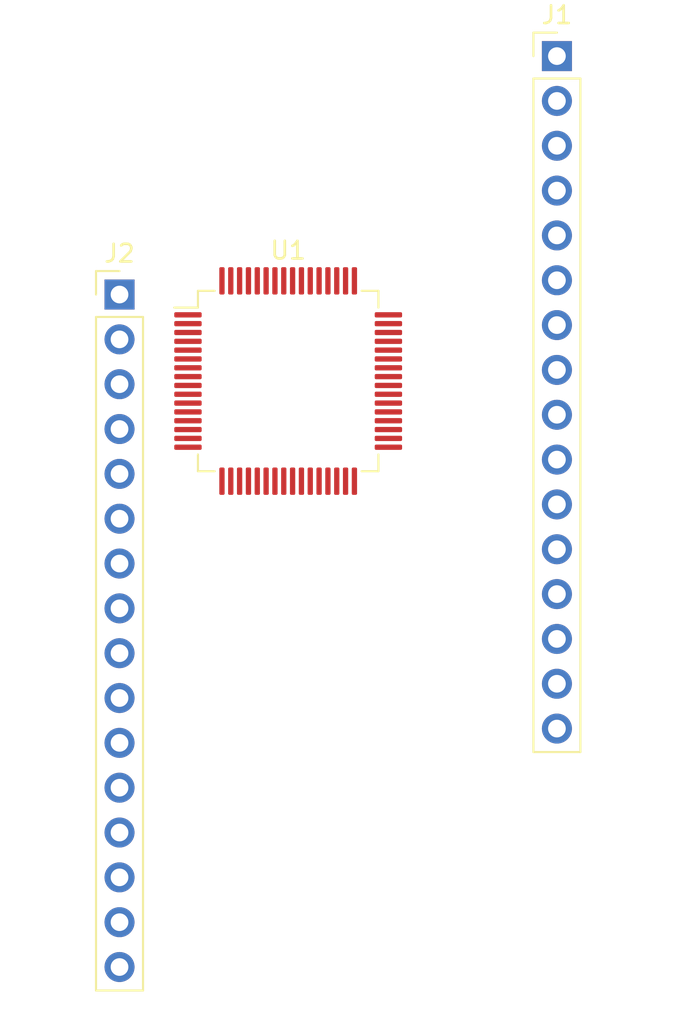
<source format=kicad_pcb>
(kicad_pcb (version 20171130) (host pcbnew 5.1.4+dfsg1-1)

  (general
    (thickness 1.6)
    (drawings 0)
    (tracks 0)
    (zones 0)
    (modules 3)
    (nets 60)
  )

  (page A4)
  (layers
    (0 F.Cu signal)
    (31 B.Cu signal)
    (32 B.Adhes user)
    (33 F.Adhes user)
    (34 B.Paste user)
    (35 F.Paste user)
    (36 B.SilkS user)
    (37 F.SilkS user)
    (38 B.Mask user)
    (39 F.Mask user)
    (40 Dwgs.User user)
    (41 Cmts.User user)
    (42 Eco1.User user)
    (43 Eco2.User user)
    (44 Edge.Cuts user)
    (45 Margin user)
    (46 B.CrtYd user)
    (47 F.CrtYd user)
    (48 B.Fab user)
    (49 F.Fab user)
  )

  (setup
    (last_trace_width 0.25)
    (trace_clearance 0.2)
    (zone_clearance 0.508)
    (zone_45_only no)
    (trace_min 0.2)
    (via_size 0.8)
    (via_drill 0.4)
    (via_min_size 0.4)
    (via_min_drill 0.3)
    (uvia_size 0.3)
    (uvia_drill 0.1)
    (uvias_allowed no)
    (uvia_min_size 0.2)
    (uvia_min_drill 0.1)
    (edge_width 0.05)
    (segment_width 0.2)
    (pcb_text_width 0.3)
    (pcb_text_size 1.5 1.5)
    (mod_edge_width 0.12)
    (mod_text_size 1 1)
    (mod_text_width 0.15)
    (pad_size 1.524 1.524)
    (pad_drill 0.762)
    (pad_to_mask_clearance 0.051)
    (solder_mask_min_width 0.25)
    (aux_axis_origin 0 0)
    (visible_elements FFFFFF7F)
    (pcbplotparams
      (layerselection 0x010fc_ffffffff)
      (usegerberextensions false)
      (usegerberattributes false)
      (usegerberadvancedattributes false)
      (creategerberjobfile false)
      (excludeedgelayer true)
      (linewidth 0.100000)
      (plotframeref false)
      (viasonmask false)
      (mode 1)
      (useauxorigin false)
      (hpglpennumber 1)
      (hpglpenspeed 20)
      (hpglpendiameter 15.000000)
      (psnegative false)
      (psa4output false)
      (plotreference true)
      (plotvalue true)
      (plotinvisibletext false)
      (padsonsilk false)
      (subtractmaskfromsilk false)
      (outputformat 1)
      (mirror false)
      (drillshape 1)
      (scaleselection 1)
      (outputdirectory ""))
  )

  (net 0 "")
  (net 1 "Net-(J1-Pad1)")
  (net 2 "Net-(J1-Pad2)")
  (net 3 "Net-(J1-Pad3)")
  (net 4 "Net-(J1-Pad4)")
  (net 5 "Net-(J1-Pad5)")
  (net 6 "Net-(J1-Pad6)")
  (net 7 "Net-(J1-Pad7)")
  (net 8 "Net-(J1-Pad8)")
  (net 9 "Net-(J1-Pad9)")
  (net 10 "Net-(J1-Pad10)")
  (net 11 "Net-(J1-Pad11)")
  (net 12 "Net-(J1-Pad12)")
  (net 13 "Net-(J1-Pad13)")
  (net 14 "Net-(J1-Pad14)")
  (net 15 "Net-(J1-Pad15)")
  (net 16 "Net-(J1-Pad16)")
  (net 17 "Net-(J2-Pad16)")
  (net 18 "Net-(J2-Pad15)")
  (net 19 "Net-(J2-Pad14)")
  (net 20 "Net-(J2-Pad13)")
  (net 21 "Net-(J2-Pad12)")
  (net 22 "Net-(J2-Pad11)")
  (net 23 "Net-(J2-Pad10)")
  (net 24 "Net-(J2-Pad9)")
  (net 25 "Net-(J2-Pad8)")
  (net 26 "Net-(J2-Pad7)")
  (net 27 "Net-(J2-Pad6)")
  (net 28 "Net-(J2-Pad5)")
  (net 29 "Net-(J2-Pad4)")
  (net 30 "Net-(J2-Pad3)")
  (net 31 "Net-(J2-Pad2)")
  (net 32 "Net-(J2-Pad1)")
  (net 33 GND)
  (net 34 "Net-(U1-Pad2)")
  (net 35 "Net-(U1-Pad3)")
  (net 36 "Net-(U1-Pad4)")
  (net 37 "Net-(U1-Pad5)")
  (net 38 "Net-(U1-Pad6)")
  (net 39 "Net-(U1-Pad7)")
  (net 40 "Net-(U1-Pad8)")
  (net 41 "Net-(U1-Pad9)")
  (net 42 "Net-(U1-Pad10)")
  (net 43 "Net-(U1-Pad11)")
  (net 44 +3V3)
  (net 45 "Net-(U1-Pad18)")
  (net 46 "Net-(U1-Pad19)")
  (net 47 "Net-(U1-Pad24)")
  (net 48 "Net-(U1-Pad25)")
  (net 49 "Net-(U1-Pad37)")
  (net 50 "Net-(U1-Pad38)")
  (net 51 "Net-(U1-Pad39)")
  (net 52 "Net-(U1-Pad40)")
  (net 53 "Net-(U1-Pad47)")
  (net 54 "Net-(U1-Pad48)")
  (net 55 "Net-(U1-Pad51)")
  (net 56 "Net-(U1-Pad52)")
  (net 57 "Net-(U1-Pad53)")
  (net 58 "Net-(U1-Pad54)")
  (net 59 "Net-(U1-Pad60)")

  (net_class Default "This is the default net class."
    (clearance 0.2)
    (trace_width 0.25)
    (via_dia 0.8)
    (via_drill 0.4)
    (uvia_dia 0.3)
    (uvia_drill 0.1)
    (add_net +3V3)
    (add_net GND)
    (add_net "Net-(J1-Pad1)")
    (add_net "Net-(J1-Pad10)")
    (add_net "Net-(J1-Pad11)")
    (add_net "Net-(J1-Pad12)")
    (add_net "Net-(J1-Pad13)")
    (add_net "Net-(J1-Pad14)")
    (add_net "Net-(J1-Pad15)")
    (add_net "Net-(J1-Pad16)")
    (add_net "Net-(J1-Pad2)")
    (add_net "Net-(J1-Pad3)")
    (add_net "Net-(J1-Pad4)")
    (add_net "Net-(J1-Pad5)")
    (add_net "Net-(J1-Pad6)")
    (add_net "Net-(J1-Pad7)")
    (add_net "Net-(J1-Pad8)")
    (add_net "Net-(J1-Pad9)")
    (add_net "Net-(J2-Pad1)")
    (add_net "Net-(J2-Pad10)")
    (add_net "Net-(J2-Pad11)")
    (add_net "Net-(J2-Pad12)")
    (add_net "Net-(J2-Pad13)")
    (add_net "Net-(J2-Pad14)")
    (add_net "Net-(J2-Pad15)")
    (add_net "Net-(J2-Pad16)")
    (add_net "Net-(J2-Pad2)")
    (add_net "Net-(J2-Pad3)")
    (add_net "Net-(J2-Pad4)")
    (add_net "Net-(J2-Pad5)")
    (add_net "Net-(J2-Pad6)")
    (add_net "Net-(J2-Pad7)")
    (add_net "Net-(J2-Pad8)")
    (add_net "Net-(J2-Pad9)")
    (add_net "Net-(U1-Pad10)")
    (add_net "Net-(U1-Pad11)")
    (add_net "Net-(U1-Pad18)")
    (add_net "Net-(U1-Pad19)")
    (add_net "Net-(U1-Pad2)")
    (add_net "Net-(U1-Pad24)")
    (add_net "Net-(U1-Pad25)")
    (add_net "Net-(U1-Pad3)")
    (add_net "Net-(U1-Pad37)")
    (add_net "Net-(U1-Pad38)")
    (add_net "Net-(U1-Pad39)")
    (add_net "Net-(U1-Pad4)")
    (add_net "Net-(U1-Pad40)")
    (add_net "Net-(U1-Pad47)")
    (add_net "Net-(U1-Pad48)")
    (add_net "Net-(U1-Pad5)")
    (add_net "Net-(U1-Pad51)")
    (add_net "Net-(U1-Pad52)")
    (add_net "Net-(U1-Pad53)")
    (add_net "Net-(U1-Pad54)")
    (add_net "Net-(U1-Pad6)")
    (add_net "Net-(U1-Pad60)")
    (add_net "Net-(U1-Pad7)")
    (add_net "Net-(U1-Pad8)")
    (add_net "Net-(U1-Pad9)")
  )

  (module Connector_PinHeader_2.54mm:PinHeader_1x16_P2.54mm_Vertical (layer F.Cu) (tedit 59FED5CC) (tstamp 5E288670)
    (at 162.052 40.132)
    (descr "Through hole straight pin header, 1x16, 2.54mm pitch, single row")
    (tags "Through hole pin header THT 1x16 2.54mm single row")
    (path /5E280BBC)
    (fp_text reference J1 (at 0 -2.33) (layer F.SilkS)
      (effects (font (size 1 1) (thickness 0.15)))
    )
    (fp_text value Conn_01x16_Male (at 0 40.43) (layer F.Fab)
      (effects (font (size 1 1) (thickness 0.15)))
    )
    (fp_line (start -0.635 -1.27) (end 1.27 -1.27) (layer F.Fab) (width 0.1))
    (fp_line (start 1.27 -1.27) (end 1.27 39.37) (layer F.Fab) (width 0.1))
    (fp_line (start 1.27 39.37) (end -1.27 39.37) (layer F.Fab) (width 0.1))
    (fp_line (start -1.27 39.37) (end -1.27 -0.635) (layer F.Fab) (width 0.1))
    (fp_line (start -1.27 -0.635) (end -0.635 -1.27) (layer F.Fab) (width 0.1))
    (fp_line (start -1.33 39.43) (end 1.33 39.43) (layer F.SilkS) (width 0.12))
    (fp_line (start -1.33 1.27) (end -1.33 39.43) (layer F.SilkS) (width 0.12))
    (fp_line (start 1.33 1.27) (end 1.33 39.43) (layer F.SilkS) (width 0.12))
    (fp_line (start -1.33 1.27) (end 1.33 1.27) (layer F.SilkS) (width 0.12))
    (fp_line (start -1.33 0) (end -1.33 -1.33) (layer F.SilkS) (width 0.12))
    (fp_line (start -1.33 -1.33) (end 0 -1.33) (layer F.SilkS) (width 0.12))
    (fp_line (start -1.8 -1.8) (end -1.8 39.9) (layer F.CrtYd) (width 0.05))
    (fp_line (start -1.8 39.9) (end 1.8 39.9) (layer F.CrtYd) (width 0.05))
    (fp_line (start 1.8 39.9) (end 1.8 -1.8) (layer F.CrtYd) (width 0.05))
    (fp_line (start 1.8 -1.8) (end -1.8 -1.8) (layer F.CrtYd) (width 0.05))
    (fp_text user %R (at 0 19.05 90) (layer F.Fab)
      (effects (font (size 1 1) (thickness 0.15)))
    )
    (pad 1 thru_hole rect (at 0 0) (size 1.7 1.7) (drill 1) (layers *.Cu *.Mask)
      (net 1 "Net-(J1-Pad1)"))
    (pad 2 thru_hole oval (at 0 2.54) (size 1.7 1.7) (drill 1) (layers *.Cu *.Mask)
      (net 2 "Net-(J1-Pad2)"))
    (pad 3 thru_hole oval (at 0 5.08) (size 1.7 1.7) (drill 1) (layers *.Cu *.Mask)
      (net 3 "Net-(J1-Pad3)"))
    (pad 4 thru_hole oval (at 0 7.62) (size 1.7 1.7) (drill 1) (layers *.Cu *.Mask)
      (net 4 "Net-(J1-Pad4)"))
    (pad 5 thru_hole oval (at 0 10.16) (size 1.7 1.7) (drill 1) (layers *.Cu *.Mask)
      (net 5 "Net-(J1-Pad5)"))
    (pad 6 thru_hole oval (at 0 12.7) (size 1.7 1.7) (drill 1) (layers *.Cu *.Mask)
      (net 6 "Net-(J1-Pad6)"))
    (pad 7 thru_hole oval (at 0 15.24) (size 1.7 1.7) (drill 1) (layers *.Cu *.Mask)
      (net 7 "Net-(J1-Pad7)"))
    (pad 8 thru_hole oval (at 0 17.78) (size 1.7 1.7) (drill 1) (layers *.Cu *.Mask)
      (net 8 "Net-(J1-Pad8)"))
    (pad 9 thru_hole oval (at 0 20.32) (size 1.7 1.7) (drill 1) (layers *.Cu *.Mask)
      (net 9 "Net-(J1-Pad9)"))
    (pad 10 thru_hole oval (at 0 22.86) (size 1.7 1.7) (drill 1) (layers *.Cu *.Mask)
      (net 10 "Net-(J1-Pad10)"))
    (pad 11 thru_hole oval (at 0 25.4) (size 1.7 1.7) (drill 1) (layers *.Cu *.Mask)
      (net 11 "Net-(J1-Pad11)"))
    (pad 12 thru_hole oval (at 0 27.94) (size 1.7 1.7) (drill 1) (layers *.Cu *.Mask)
      (net 12 "Net-(J1-Pad12)"))
    (pad 13 thru_hole oval (at 0 30.48) (size 1.7 1.7) (drill 1) (layers *.Cu *.Mask)
      (net 13 "Net-(J1-Pad13)"))
    (pad 14 thru_hole oval (at 0 33.02) (size 1.7 1.7) (drill 1) (layers *.Cu *.Mask)
      (net 14 "Net-(J1-Pad14)"))
    (pad 15 thru_hole oval (at 0 35.56) (size 1.7 1.7) (drill 1) (layers *.Cu *.Mask)
      (net 15 "Net-(J1-Pad15)"))
    (pad 16 thru_hole oval (at 0 38.1) (size 1.7 1.7) (drill 1) (layers *.Cu *.Mask)
      (net 16 "Net-(J1-Pad16)"))
    (model ${KISYS3DMOD}/Connector_PinHeader_2.54mm.3dshapes/PinHeader_1x16_P2.54mm_Vertical.wrl
      (at (xyz 0 0 0))
      (scale (xyz 1 1 1))
      (rotate (xyz 0 0 0))
    )
  )

  (module Connector_PinHeader_2.54mm:PinHeader_1x16_P2.54mm_Vertical (layer F.Cu) (tedit 59FED5CC) (tstamp 5E28897D)
    (at 137.285001 53.641001)
    (descr "Through hole straight pin header, 1x16, 2.54mm pitch, single row")
    (tags "Through hole pin header THT 1x16 2.54mm single row")
    (path /5E2903A0)
    (fp_text reference J2 (at 0 -2.33) (layer F.SilkS)
      (effects (font (size 1 1) (thickness 0.15)))
    )
    (fp_text value Conn_01x16_Male (at 0 40.43) (layer F.Fab)
      (effects (font (size 1 1) (thickness 0.15)))
    )
    (fp_text user %R (at 0 19.05 90) (layer F.Fab)
      (effects (font (size 1 1) (thickness 0.15)))
    )
    (fp_line (start 1.8 -1.8) (end -1.8 -1.8) (layer F.CrtYd) (width 0.05))
    (fp_line (start 1.8 39.9) (end 1.8 -1.8) (layer F.CrtYd) (width 0.05))
    (fp_line (start -1.8 39.9) (end 1.8 39.9) (layer F.CrtYd) (width 0.05))
    (fp_line (start -1.8 -1.8) (end -1.8 39.9) (layer F.CrtYd) (width 0.05))
    (fp_line (start -1.33 -1.33) (end 0 -1.33) (layer F.SilkS) (width 0.12))
    (fp_line (start -1.33 0) (end -1.33 -1.33) (layer F.SilkS) (width 0.12))
    (fp_line (start -1.33 1.27) (end 1.33 1.27) (layer F.SilkS) (width 0.12))
    (fp_line (start 1.33 1.27) (end 1.33 39.43) (layer F.SilkS) (width 0.12))
    (fp_line (start -1.33 1.27) (end -1.33 39.43) (layer F.SilkS) (width 0.12))
    (fp_line (start -1.33 39.43) (end 1.33 39.43) (layer F.SilkS) (width 0.12))
    (fp_line (start -1.27 -0.635) (end -0.635 -1.27) (layer F.Fab) (width 0.1))
    (fp_line (start -1.27 39.37) (end -1.27 -0.635) (layer F.Fab) (width 0.1))
    (fp_line (start 1.27 39.37) (end -1.27 39.37) (layer F.Fab) (width 0.1))
    (fp_line (start 1.27 -1.27) (end 1.27 39.37) (layer F.Fab) (width 0.1))
    (fp_line (start -0.635 -1.27) (end 1.27 -1.27) (layer F.Fab) (width 0.1))
    (pad 16 thru_hole oval (at 0 38.1) (size 1.7 1.7) (drill 1) (layers *.Cu *.Mask)
      (net 17 "Net-(J2-Pad16)"))
    (pad 15 thru_hole oval (at 0 35.56) (size 1.7 1.7) (drill 1) (layers *.Cu *.Mask)
      (net 18 "Net-(J2-Pad15)"))
    (pad 14 thru_hole oval (at 0 33.02) (size 1.7 1.7) (drill 1) (layers *.Cu *.Mask)
      (net 19 "Net-(J2-Pad14)"))
    (pad 13 thru_hole oval (at 0 30.48) (size 1.7 1.7) (drill 1) (layers *.Cu *.Mask)
      (net 20 "Net-(J2-Pad13)"))
    (pad 12 thru_hole oval (at 0 27.94) (size 1.7 1.7) (drill 1) (layers *.Cu *.Mask)
      (net 21 "Net-(J2-Pad12)"))
    (pad 11 thru_hole oval (at 0 25.4) (size 1.7 1.7) (drill 1) (layers *.Cu *.Mask)
      (net 22 "Net-(J2-Pad11)"))
    (pad 10 thru_hole oval (at 0 22.86) (size 1.7 1.7) (drill 1) (layers *.Cu *.Mask)
      (net 23 "Net-(J2-Pad10)"))
    (pad 9 thru_hole oval (at 0 20.32) (size 1.7 1.7) (drill 1) (layers *.Cu *.Mask)
      (net 24 "Net-(J2-Pad9)"))
    (pad 8 thru_hole oval (at 0 17.78) (size 1.7 1.7) (drill 1) (layers *.Cu *.Mask)
      (net 25 "Net-(J2-Pad8)"))
    (pad 7 thru_hole oval (at 0 15.24) (size 1.7 1.7) (drill 1) (layers *.Cu *.Mask)
      (net 26 "Net-(J2-Pad7)"))
    (pad 6 thru_hole oval (at 0 12.7) (size 1.7 1.7) (drill 1) (layers *.Cu *.Mask)
      (net 27 "Net-(J2-Pad6)"))
    (pad 5 thru_hole oval (at 0 10.16) (size 1.7 1.7) (drill 1) (layers *.Cu *.Mask)
      (net 28 "Net-(J2-Pad5)"))
    (pad 4 thru_hole oval (at 0 7.62) (size 1.7 1.7) (drill 1) (layers *.Cu *.Mask)
      (net 29 "Net-(J2-Pad4)"))
    (pad 3 thru_hole oval (at 0 5.08) (size 1.7 1.7) (drill 1) (layers *.Cu *.Mask)
      (net 30 "Net-(J2-Pad3)"))
    (pad 2 thru_hole oval (at 0 2.54) (size 1.7 1.7) (drill 1) (layers *.Cu *.Mask)
      (net 31 "Net-(J2-Pad2)"))
    (pad 1 thru_hole rect (at 0 0) (size 1.7 1.7) (drill 1) (layers *.Cu *.Mask)
      (net 32 "Net-(J2-Pad1)"))
    (model ${KISYS3DMOD}/Connector_PinHeader_2.54mm.3dshapes/PinHeader_1x16_P2.54mm_Vertical.wrl
      (at (xyz 0 0 0))
      (scale (xyz 1 1 1))
      (rotate (xyz 0 0 0))
    )
  )

  (module Package_QFP:LQFP-64_10x10mm_P0.5mm (layer F.Cu) (tedit 5C194D4E) (tstamp 5E2886FF)
    (at 146.835001 58.541001)
    (descr "LQFP, 64 Pin (https://www.analog.com/media/en/technical-documentation/data-sheets/ad7606_7606-6_7606-4.pdf), generated with kicad-footprint-generator ipc_gullwing_generator.py")
    (tags "LQFP QFP")
    (path /5E27BB5A)
    (attr smd)
    (fp_text reference U1 (at 0 -7.4) (layer F.SilkS)
      (effects (font (size 1 1) (thickness 0.15)))
    )
    (fp_text value STM32F030R8Tx (at 0 7.4) (layer F.Fab)
      (effects (font (size 1 1) (thickness 0.15)))
    )
    (fp_line (start 4.16 5.11) (end 5.11 5.11) (layer F.SilkS) (width 0.12))
    (fp_line (start 5.11 5.11) (end 5.11 4.16) (layer F.SilkS) (width 0.12))
    (fp_line (start -4.16 5.11) (end -5.11 5.11) (layer F.SilkS) (width 0.12))
    (fp_line (start -5.11 5.11) (end -5.11 4.16) (layer F.SilkS) (width 0.12))
    (fp_line (start 4.16 -5.11) (end 5.11 -5.11) (layer F.SilkS) (width 0.12))
    (fp_line (start 5.11 -5.11) (end 5.11 -4.16) (layer F.SilkS) (width 0.12))
    (fp_line (start -4.16 -5.11) (end -5.11 -5.11) (layer F.SilkS) (width 0.12))
    (fp_line (start -5.11 -5.11) (end -5.11 -4.16) (layer F.SilkS) (width 0.12))
    (fp_line (start -5.11 -4.16) (end -6.45 -4.16) (layer F.SilkS) (width 0.12))
    (fp_line (start -4 -5) (end 5 -5) (layer F.Fab) (width 0.1))
    (fp_line (start 5 -5) (end 5 5) (layer F.Fab) (width 0.1))
    (fp_line (start 5 5) (end -5 5) (layer F.Fab) (width 0.1))
    (fp_line (start -5 5) (end -5 -4) (layer F.Fab) (width 0.1))
    (fp_line (start -5 -4) (end -4 -5) (layer F.Fab) (width 0.1))
    (fp_line (start 0 -6.7) (end -4.15 -6.7) (layer F.CrtYd) (width 0.05))
    (fp_line (start -4.15 -6.7) (end -4.15 -5.25) (layer F.CrtYd) (width 0.05))
    (fp_line (start -4.15 -5.25) (end -5.25 -5.25) (layer F.CrtYd) (width 0.05))
    (fp_line (start -5.25 -5.25) (end -5.25 -4.15) (layer F.CrtYd) (width 0.05))
    (fp_line (start -5.25 -4.15) (end -6.7 -4.15) (layer F.CrtYd) (width 0.05))
    (fp_line (start -6.7 -4.15) (end -6.7 0) (layer F.CrtYd) (width 0.05))
    (fp_line (start 0 -6.7) (end 4.15 -6.7) (layer F.CrtYd) (width 0.05))
    (fp_line (start 4.15 -6.7) (end 4.15 -5.25) (layer F.CrtYd) (width 0.05))
    (fp_line (start 4.15 -5.25) (end 5.25 -5.25) (layer F.CrtYd) (width 0.05))
    (fp_line (start 5.25 -5.25) (end 5.25 -4.15) (layer F.CrtYd) (width 0.05))
    (fp_line (start 5.25 -4.15) (end 6.7 -4.15) (layer F.CrtYd) (width 0.05))
    (fp_line (start 6.7 -4.15) (end 6.7 0) (layer F.CrtYd) (width 0.05))
    (fp_line (start 0 6.7) (end -4.15 6.7) (layer F.CrtYd) (width 0.05))
    (fp_line (start -4.15 6.7) (end -4.15 5.25) (layer F.CrtYd) (width 0.05))
    (fp_line (start -4.15 5.25) (end -5.25 5.25) (layer F.CrtYd) (width 0.05))
    (fp_line (start -5.25 5.25) (end -5.25 4.15) (layer F.CrtYd) (width 0.05))
    (fp_line (start -5.25 4.15) (end -6.7 4.15) (layer F.CrtYd) (width 0.05))
    (fp_line (start -6.7 4.15) (end -6.7 0) (layer F.CrtYd) (width 0.05))
    (fp_line (start 0 6.7) (end 4.15 6.7) (layer F.CrtYd) (width 0.05))
    (fp_line (start 4.15 6.7) (end 4.15 5.25) (layer F.CrtYd) (width 0.05))
    (fp_line (start 4.15 5.25) (end 5.25 5.25) (layer F.CrtYd) (width 0.05))
    (fp_line (start 5.25 5.25) (end 5.25 4.15) (layer F.CrtYd) (width 0.05))
    (fp_line (start 5.25 4.15) (end 6.7 4.15) (layer F.CrtYd) (width 0.05))
    (fp_line (start 6.7 4.15) (end 6.7 0) (layer F.CrtYd) (width 0.05))
    (fp_text user %R (at 0 0) (layer F.Fab)
      (effects (font (size 1 1) (thickness 0.15)))
    )
    (pad 1 smd roundrect (at -5.675 -3.75) (size 1.55 0.3) (layers F.Cu F.Paste F.Mask) (roundrect_rratio 0.25)
      (net 33 GND))
    (pad 2 smd roundrect (at -5.675 -3.25) (size 1.55 0.3) (layers F.Cu F.Paste F.Mask) (roundrect_rratio 0.25)
      (net 34 "Net-(U1-Pad2)"))
    (pad 3 smd roundrect (at -5.675 -2.75) (size 1.55 0.3) (layers F.Cu F.Paste F.Mask) (roundrect_rratio 0.25)
      (net 35 "Net-(U1-Pad3)"))
    (pad 4 smd roundrect (at -5.675 -2.25) (size 1.55 0.3) (layers F.Cu F.Paste F.Mask) (roundrect_rratio 0.25)
      (net 36 "Net-(U1-Pad4)"))
    (pad 5 smd roundrect (at -5.675 -1.75) (size 1.55 0.3) (layers F.Cu F.Paste F.Mask) (roundrect_rratio 0.25)
      (net 37 "Net-(U1-Pad5)"))
    (pad 6 smd roundrect (at -5.675 -1.25) (size 1.55 0.3) (layers F.Cu F.Paste F.Mask) (roundrect_rratio 0.25)
      (net 38 "Net-(U1-Pad6)"))
    (pad 7 smd roundrect (at -5.675 -0.75) (size 1.55 0.3) (layers F.Cu F.Paste F.Mask) (roundrect_rratio 0.25)
      (net 39 "Net-(U1-Pad7)"))
    (pad 8 smd roundrect (at -5.675 -0.25) (size 1.55 0.3) (layers F.Cu F.Paste F.Mask) (roundrect_rratio 0.25)
      (net 40 "Net-(U1-Pad8)"))
    (pad 9 smd roundrect (at -5.675 0.25) (size 1.55 0.3) (layers F.Cu F.Paste F.Mask) (roundrect_rratio 0.25)
      (net 41 "Net-(U1-Pad9)"))
    (pad 10 smd roundrect (at -5.675 0.75) (size 1.55 0.3) (layers F.Cu F.Paste F.Mask) (roundrect_rratio 0.25)
      (net 42 "Net-(U1-Pad10)"))
    (pad 11 smd roundrect (at -5.675 1.25) (size 1.55 0.3) (layers F.Cu F.Paste F.Mask) (roundrect_rratio 0.25)
      (net 43 "Net-(U1-Pad11)"))
    (pad 12 smd roundrect (at -5.675 1.75) (size 1.55 0.3) (layers F.Cu F.Paste F.Mask) (roundrect_rratio 0.25)
      (net 44 +3V3))
    (pad 13 smd roundrect (at -5.675 2.25) (size 1.55 0.3) (layers F.Cu F.Paste F.Mask) (roundrect_rratio 0.25)
      (net 33 GND))
    (pad 14 smd roundrect (at -5.675 2.75) (size 1.55 0.3) (layers F.Cu F.Paste F.Mask) (roundrect_rratio 0.25)
      (net 1 "Net-(J1-Pad1)"))
    (pad 15 smd roundrect (at -5.675 3.25) (size 1.55 0.3) (layers F.Cu F.Paste F.Mask) (roundrect_rratio 0.25)
      (net 2 "Net-(J1-Pad2)"))
    (pad 16 smd roundrect (at -5.675 3.75) (size 1.55 0.3) (layers F.Cu F.Paste F.Mask) (roundrect_rratio 0.25)
      (net 3 "Net-(J1-Pad3)"))
    (pad 17 smd roundrect (at -3.75 5.675) (size 0.3 1.55) (layers F.Cu F.Paste F.Mask) (roundrect_rratio 0.25)
      (net 4 "Net-(J1-Pad4)"))
    (pad 18 smd roundrect (at -3.25 5.675) (size 0.3 1.55) (layers F.Cu F.Paste F.Mask) (roundrect_rratio 0.25)
      (net 45 "Net-(U1-Pad18)"))
    (pad 19 smd roundrect (at -2.75 5.675) (size 0.3 1.55) (layers F.Cu F.Paste F.Mask) (roundrect_rratio 0.25)
      (net 46 "Net-(U1-Pad19)"))
    (pad 20 smd roundrect (at -2.25 5.675) (size 0.3 1.55) (layers F.Cu F.Paste F.Mask) (roundrect_rratio 0.25)
      (net 5 "Net-(J1-Pad5)"))
    (pad 21 smd roundrect (at -1.75 5.675) (size 0.3 1.55) (layers F.Cu F.Paste F.Mask) (roundrect_rratio 0.25)
      (net 6 "Net-(J1-Pad6)"))
    (pad 22 smd roundrect (at -1.25 5.675) (size 0.3 1.55) (layers F.Cu F.Paste F.Mask) (roundrect_rratio 0.25)
      (net 7 "Net-(J1-Pad7)"))
    (pad 23 smd roundrect (at -0.75 5.675) (size 0.3 1.55) (layers F.Cu F.Paste F.Mask) (roundrect_rratio 0.25)
      (net 8 "Net-(J1-Pad8)"))
    (pad 24 smd roundrect (at -0.25 5.675) (size 0.3 1.55) (layers F.Cu F.Paste F.Mask) (roundrect_rratio 0.25)
      (net 47 "Net-(U1-Pad24)"))
    (pad 25 smd roundrect (at 0.25 5.675) (size 0.3 1.55) (layers F.Cu F.Paste F.Mask) (roundrect_rratio 0.25)
      (net 48 "Net-(U1-Pad25)"))
    (pad 26 smd roundrect (at 0.75 5.675) (size 0.3 1.55) (layers F.Cu F.Paste F.Mask) (roundrect_rratio 0.25)
      (net 32 "Net-(J2-Pad1)"))
    (pad 27 smd roundrect (at 1.25 5.675) (size 0.3 1.55) (layers F.Cu F.Paste F.Mask) (roundrect_rratio 0.25)
      (net 31 "Net-(J2-Pad2)"))
    (pad 28 smd roundrect (at 1.75 5.675) (size 0.3 1.55) (layers F.Cu F.Paste F.Mask) (roundrect_rratio 0.25)
      (net 30 "Net-(J2-Pad3)"))
    (pad 29 smd roundrect (at 2.25 5.675) (size 0.3 1.55) (layers F.Cu F.Paste F.Mask) (roundrect_rratio 0.25)
      (net 22 "Net-(J2-Pad11)"))
    (pad 30 smd roundrect (at 2.75 5.675) (size 0.3 1.55) (layers F.Cu F.Paste F.Mask) (roundrect_rratio 0.25)
      (net 21 "Net-(J2-Pad12)"))
    (pad 31 smd roundrect (at 3.25 5.675) (size 0.3 1.55) (layers F.Cu F.Paste F.Mask) (roundrect_rratio 0.25)
      (net 44 +3V3))
    (pad 32 smd roundrect (at 3.75 5.675) (size 0.3 1.55) (layers F.Cu F.Paste F.Mask) (roundrect_rratio 0.25)
      (net 33 GND))
    (pad 33 smd roundrect (at 5.675 3.75) (size 1.55 0.3) (layers F.Cu F.Paste F.Mask) (roundrect_rratio 0.25)
      (net 20 "Net-(J2-Pad13)"))
    (pad 34 smd roundrect (at 5.675 3.25) (size 1.55 0.3) (layers F.Cu F.Paste F.Mask) (roundrect_rratio 0.25)
      (net 19 "Net-(J2-Pad14)"))
    (pad 35 smd roundrect (at 5.675 2.75) (size 1.55 0.3) (layers F.Cu F.Paste F.Mask) (roundrect_rratio 0.25)
      (net 18 "Net-(J2-Pad15)"))
    (pad 36 smd roundrect (at 5.675 2.25) (size 1.55 0.3) (layers F.Cu F.Paste F.Mask) (roundrect_rratio 0.25)
      (net 17 "Net-(J2-Pad16)"))
    (pad 37 smd roundrect (at 5.675 1.75) (size 1.55 0.3) (layers F.Cu F.Paste F.Mask) (roundrect_rratio 0.25)
      (net 49 "Net-(U1-Pad37)"))
    (pad 38 smd roundrect (at 5.675 1.25) (size 1.55 0.3) (layers F.Cu F.Paste F.Mask) (roundrect_rratio 0.25)
      (net 50 "Net-(U1-Pad38)"))
    (pad 39 smd roundrect (at 5.675 0.75) (size 1.55 0.3) (layers F.Cu F.Paste F.Mask) (roundrect_rratio 0.25)
      (net 51 "Net-(U1-Pad39)"))
    (pad 40 smd roundrect (at 5.675 0.25) (size 1.55 0.3) (layers F.Cu F.Paste F.Mask) (roundrect_rratio 0.25)
      (net 52 "Net-(U1-Pad40)"))
    (pad 41 smd roundrect (at 5.675 -0.25) (size 1.55 0.3) (layers F.Cu F.Paste F.Mask) (roundrect_rratio 0.25)
      (net 9 "Net-(J1-Pad9)"))
    (pad 42 smd roundrect (at 5.675 -0.75) (size 1.55 0.3) (layers F.Cu F.Paste F.Mask) (roundrect_rratio 0.25)
      (net 10 "Net-(J1-Pad10)"))
    (pad 43 smd roundrect (at 5.675 -1.25) (size 1.55 0.3) (layers F.Cu F.Paste F.Mask) (roundrect_rratio 0.25)
      (net 11 "Net-(J1-Pad11)"))
    (pad 44 smd roundrect (at 5.675 -1.75) (size 1.55 0.3) (layers F.Cu F.Paste F.Mask) (roundrect_rratio 0.25)
      (net 12 "Net-(J1-Pad12)"))
    (pad 45 smd roundrect (at 5.675 -2.25) (size 1.55 0.3) (layers F.Cu F.Paste F.Mask) (roundrect_rratio 0.25)
      (net 13 "Net-(J1-Pad13)"))
    (pad 46 smd roundrect (at 5.675 -2.75) (size 1.55 0.3) (layers F.Cu F.Paste F.Mask) (roundrect_rratio 0.25)
      (net 14 "Net-(J1-Pad14)"))
    (pad 47 smd roundrect (at 5.675 -3.25) (size 1.55 0.3) (layers F.Cu F.Paste F.Mask) (roundrect_rratio 0.25)
      (net 53 "Net-(U1-Pad47)"))
    (pad 48 smd roundrect (at 5.675 -3.75) (size 1.55 0.3) (layers F.Cu F.Paste F.Mask) (roundrect_rratio 0.25)
      (net 54 "Net-(U1-Pad48)"))
    (pad 49 smd roundrect (at 3.75 -5.675) (size 0.3 1.55) (layers F.Cu F.Paste F.Mask) (roundrect_rratio 0.25)
      (net 15 "Net-(J1-Pad15)"))
    (pad 50 smd roundrect (at 3.25 -5.675) (size 0.3 1.55) (layers F.Cu F.Paste F.Mask) (roundrect_rratio 0.25)
      (net 16 "Net-(J1-Pad16)"))
    (pad 51 smd roundrect (at 2.75 -5.675) (size 0.3 1.55) (layers F.Cu F.Paste F.Mask) (roundrect_rratio 0.25)
      (net 55 "Net-(U1-Pad51)"))
    (pad 52 smd roundrect (at 2.25 -5.675) (size 0.3 1.55) (layers F.Cu F.Paste F.Mask) (roundrect_rratio 0.25)
      (net 56 "Net-(U1-Pad52)"))
    (pad 53 smd roundrect (at 1.75 -5.675) (size 0.3 1.55) (layers F.Cu F.Paste F.Mask) (roundrect_rratio 0.25)
      (net 57 "Net-(U1-Pad53)"))
    (pad 54 smd roundrect (at 1.25 -5.675) (size 0.3 1.55) (layers F.Cu F.Paste F.Mask) (roundrect_rratio 0.25)
      (net 58 "Net-(U1-Pad54)"))
    (pad 55 smd roundrect (at 0.75 -5.675) (size 0.3 1.55) (layers F.Cu F.Paste F.Mask) (roundrect_rratio 0.25)
      (net 29 "Net-(J2-Pad4)"))
    (pad 56 smd roundrect (at 0.25 -5.675) (size 0.3 1.55) (layers F.Cu F.Paste F.Mask) (roundrect_rratio 0.25)
      (net 28 "Net-(J2-Pad5)"))
    (pad 57 smd roundrect (at -0.25 -5.675) (size 0.3 1.55) (layers F.Cu F.Paste F.Mask) (roundrect_rratio 0.25)
      (net 27 "Net-(J2-Pad6)"))
    (pad 58 smd roundrect (at -0.75 -5.675) (size 0.3 1.55) (layers F.Cu F.Paste F.Mask) (roundrect_rratio 0.25)
      (net 26 "Net-(J2-Pad7)"))
    (pad 59 smd roundrect (at -1.25 -5.675) (size 0.3 1.55) (layers F.Cu F.Paste F.Mask) (roundrect_rratio 0.25)
      (net 25 "Net-(J2-Pad8)"))
    (pad 60 smd roundrect (at -1.75 -5.675) (size 0.3 1.55) (layers F.Cu F.Paste F.Mask) (roundrect_rratio 0.25)
      (net 59 "Net-(U1-Pad60)"))
    (pad 61 smd roundrect (at -2.25 -5.675) (size 0.3 1.55) (layers F.Cu F.Paste F.Mask) (roundrect_rratio 0.25)
      (net 24 "Net-(J2-Pad9)"))
    (pad 62 smd roundrect (at -2.75 -5.675) (size 0.3 1.55) (layers F.Cu F.Paste F.Mask) (roundrect_rratio 0.25)
      (net 23 "Net-(J2-Pad10)"))
    (pad 63 smd roundrect (at -3.25 -5.675) (size 0.3 1.55) (layers F.Cu F.Paste F.Mask) (roundrect_rratio 0.25)
      (net 44 +3V3))
    (pad 64 smd roundrect (at -3.75 -5.675) (size 0.3 1.55) (layers F.Cu F.Paste F.Mask) (roundrect_rratio 0.25)
      (net 33 GND))
    (model ${KISYS3DMOD}/Package_QFP.3dshapes/LQFP-64_10x10mm_P0.5mm.wrl
      (at (xyz 0 0 0))
      (scale (xyz 1 1 1))
      (rotate (xyz 0 0 0))
    )
  )

)

</source>
